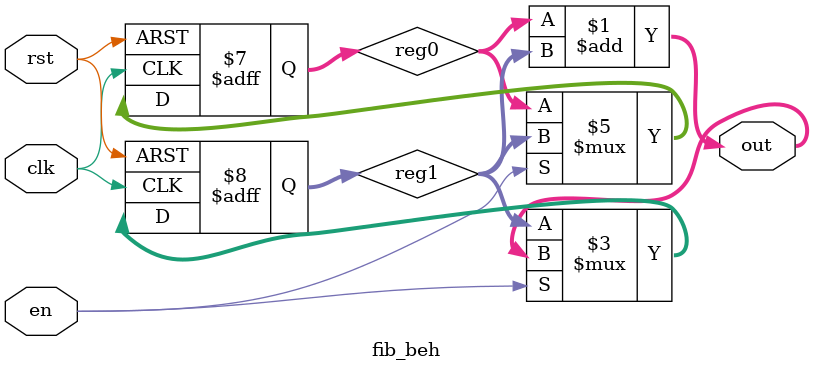
<source format=v>
`timescale 1ns / 1ps

module fib_beh(
    input en, input clk, input rst,
    output [15:0] out
);

reg [15:0] reg0, reg1;

assign out = reg0 + reg1;

always @(posedge clk, posedge rst) begin
    if(rst) begin
        reg0 = 0;
        reg1 = 1;
    end 
    else if(en) begin
        reg0 <= reg1;
        reg1 <= out;
    end
end
endmodule
</source>
